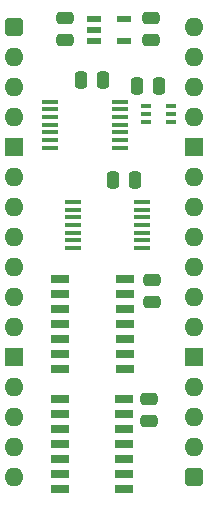
<source format=gts>
%TF.GenerationSoftware,KiCad,Pcbnew,9.0.2*%
%TF.CreationDate,2025-06-16T19:37:52+02:00*%
%TF.ProjectId,Coprocessor Support,436f7072-6f63-4657-9373-6f7220537570,V0*%
%TF.SameCoordinates,Original*%
%TF.FileFunction,Soldermask,Top*%
%TF.FilePolarity,Negative*%
%FSLAX46Y46*%
G04 Gerber Fmt 4.6, Leading zero omitted, Abs format (unit mm)*
G04 Created by KiCad (PCBNEW 9.0.2) date 2025-06-16 19:37:52*
%MOMM*%
%LPD*%
G01*
G04 APERTURE LIST*
G04 Aperture macros list*
%AMRoundRect*
0 Rectangle with rounded corners*
0 $1 Rounding radius*
0 $2 $3 $4 $5 $6 $7 $8 $9 X,Y pos of 4 corners*
0 Add a 4 corners polygon primitive as box body*
4,1,4,$2,$3,$4,$5,$6,$7,$8,$9,$2,$3,0*
0 Add four circle primitives for the rounded corners*
1,1,$1+$1,$2,$3*
1,1,$1+$1,$4,$5*
1,1,$1+$1,$6,$7*
1,1,$1+$1,$8,$9*
0 Add four rect primitives between the rounded corners*
20,1,$1+$1,$2,$3,$4,$5,0*
20,1,$1+$1,$4,$5,$6,$7,0*
20,1,$1+$1,$6,$7,$8,$9,0*
20,1,$1+$1,$8,$9,$2,$3,0*%
G04 Aperture macros list end*
%ADD10RoundRect,0.250000X-0.475000X0.250000X-0.475000X-0.250000X0.475000X-0.250000X0.475000X0.250000X0*%
%ADD11RoundRect,0.400000X-0.400000X-0.400000X0.400000X-0.400000X0.400000X0.400000X-0.400000X0.400000X0*%
%ADD12O,1.600000X1.600000*%
%ADD13R,1.600000X1.600000*%
%ADD14R,1.475000X0.450000*%
%ADD15R,1.550000X0.650000*%
%ADD16RoundRect,0.250000X0.475000X-0.250000X0.475000X0.250000X-0.475000X0.250000X-0.475000X-0.250000X0*%
%ADD17RoundRect,0.250000X0.250000X0.475000X-0.250000X0.475000X-0.250000X-0.475000X0.250000X-0.475000X0*%
%ADD18R,0.875000X0.450000*%
%ADD19R,1.150000X0.600000*%
G04 APERTURE END LIST*
D10*
%TO.C,C42*%
X11557000Y807000D03*
X11557000Y-1093000D03*
%TD*%
%TO.C,C41*%
X4318000Y807000D03*
X4318000Y-1093000D03*
%TD*%
D11*
%TO.C,J7*%
X0Y0D03*
D12*
X0Y-2540000D03*
X0Y-5080000D03*
X0Y-7620000D03*
D13*
X0Y-10160000D03*
D12*
X0Y-12700000D03*
X0Y-15240000D03*
X0Y-17780000D03*
X0Y-20320000D03*
X0Y-22860000D03*
X0Y-25400000D03*
D13*
X0Y-27940000D03*
D12*
X0Y-30480000D03*
X0Y-33020000D03*
X0Y-35560000D03*
X0Y-38100000D03*
D11*
X15240000Y-38100000D03*
D12*
X15240000Y-35560000D03*
X15240000Y-33020000D03*
X15240000Y-30480000D03*
D13*
X15240000Y-27940000D03*
D12*
X15240000Y-25400000D03*
X15240000Y-22860000D03*
X15240000Y-20320000D03*
X15240000Y-17780000D03*
X15240000Y-15240000D03*
X15240000Y-12700000D03*
D13*
X15240000Y-10160000D03*
D12*
X15240000Y-7620000D03*
X15240000Y-5080000D03*
X15240000Y-2540000D03*
X15240000Y0D03*
%TD*%
D14*
%TO.C,IC1*%
X3031000Y-6305000D03*
X3031000Y-6955000D03*
X3031000Y-7605000D03*
X3031000Y-8255000D03*
X3031000Y-8905000D03*
X3031000Y-9555000D03*
X3031000Y-10205000D03*
X8907000Y-10205000D03*
X8907000Y-9555000D03*
X8907000Y-8905000D03*
X8907000Y-8255000D03*
X8907000Y-7605000D03*
X8907000Y-6955000D03*
X8907000Y-6305000D03*
%TD*%
D10*
%TO.C,C1*%
X11430000Y-33351000D03*
X11430000Y-31451000D03*
%TD*%
D15*
%TO.C,IC6*%
X9329000Y-21336000D03*
X9329000Y-22606000D03*
X9329000Y-23876000D03*
X9329000Y-25146000D03*
X9329000Y-26416000D03*
X9329000Y-27686000D03*
X9329000Y-28956000D03*
X3879000Y-28956000D03*
X3879000Y-27686000D03*
X3879000Y-26416000D03*
X3879000Y-25146000D03*
X3879000Y-23876000D03*
X3879000Y-22606000D03*
X3879000Y-21336000D03*
%TD*%
D16*
%TO.C,C14*%
X11684000Y-21386000D03*
X11684000Y-23286000D03*
%TD*%
D17*
%TO.C,C15*%
X10205000Y-12954000D03*
X8305000Y-12954000D03*
%TD*%
%TO.C,C13*%
X7538000Y-4445000D03*
X5638000Y-4445000D03*
%TD*%
%TO.C,C12*%
X12237000Y-4953000D03*
X10337000Y-4953000D03*
%TD*%
D14*
%TO.C,IC7*%
X4936000Y-14814000D03*
X4936000Y-15464000D03*
X4936000Y-16114000D03*
X4936000Y-16764000D03*
X4936000Y-17414000D03*
X4936000Y-18064000D03*
X4936000Y-18714000D03*
X10812000Y-18714000D03*
X10812000Y-18064000D03*
X10812000Y-17414000D03*
X10812000Y-16764000D03*
X10812000Y-16114000D03*
X10812000Y-15464000D03*
X10812000Y-14814000D03*
%TD*%
D15*
%TO.C,IC5*%
X3821000Y-31496000D03*
X3821000Y-32766000D03*
X3821000Y-34036000D03*
X3821000Y-35306000D03*
X3821000Y-36576000D03*
X3821000Y-37846000D03*
X3821000Y-39116000D03*
X9271000Y-39116000D03*
X9271000Y-37846000D03*
X9271000Y-36576000D03*
X9271000Y-35306000D03*
X9271000Y-34036000D03*
X9271000Y-32766000D03*
X9271000Y-31496000D03*
%TD*%
D18*
%TO.C,IC4*%
X11130000Y-6716000D03*
X11130000Y-7366000D03*
X11130000Y-8016000D03*
X13254000Y-8016000D03*
X13254000Y-7366000D03*
X13254000Y-6716000D03*
%TD*%
D19*
%TO.C,IC36*%
X6701000Y696000D03*
X6701000Y-254000D03*
X6701000Y-1204000D03*
X9301000Y-1204000D03*
X9301000Y696000D03*
%TD*%
M02*

</source>
